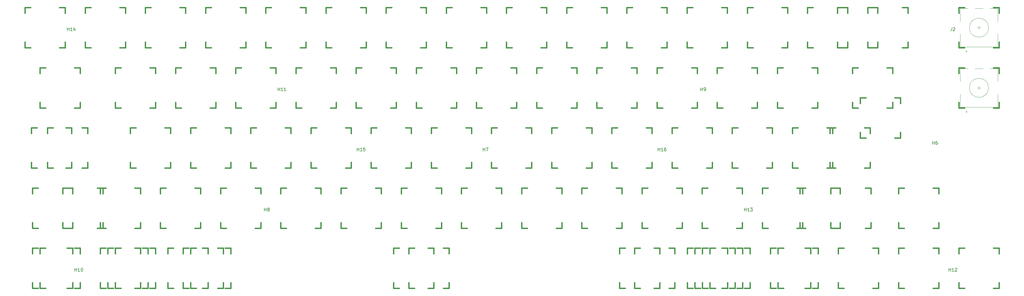
<source format=gbr>
%TF.GenerationSoftware,KiCad,Pcbnew,(5.1.10)-1*%
%TF.CreationDate,2022-05-31T16:30:17+07:00*%
%TF.ProjectId,Leopold Replacement,4c656f70-6f6c-4642-9052-65706c616365,rev?*%
%TF.SameCoordinates,Original*%
%TF.FileFunction,Legend,Top*%
%TF.FilePolarity,Positive*%
%FSLAX46Y46*%
G04 Gerber Fmt 4.6, Leading zero omitted, Abs format (unit mm)*
G04 Created by KiCad (PCBNEW (5.1.10)-1) date 2022-05-31 16:30:17*
%MOMM*%
%LPD*%
G01*
G04 APERTURE LIST*
%ADD10C,0.381000*%
%ADD11C,0.120000*%
%ADD12C,0.150000*%
G04 APERTURE END LIST*
D10*
%TO.C,MX96*%
X230818250Y-92895000D02*
X229040250Y-92895000D01*
X219896250Y-92895000D02*
X218118250Y-92895000D01*
X218118250Y-92895000D02*
X218118250Y-91117000D01*
X218118250Y-81973000D02*
X218118250Y-80195000D01*
X218118250Y-80195000D02*
X219896250Y-80195000D01*
X229040250Y-80195000D02*
X230818250Y-80195000D01*
X230818250Y-80195000D02*
X230818250Y-81973000D01*
X230818250Y-91117000D02*
X230818250Y-92895000D01*
%TO.C,MX52*%
X248909000Y-61185000D02*
X250687000Y-61185000D01*
X259831000Y-61185000D02*
X261609000Y-61185000D01*
X261609000Y-61185000D02*
X261609000Y-62963000D01*
X261609000Y-72107000D02*
X261609000Y-73885000D01*
X261609000Y-73885000D02*
X259831000Y-73885000D01*
X250687000Y-73885000D02*
X248909000Y-73885000D01*
X248909000Y-73885000D02*
X248909000Y-72107000D01*
X248909000Y-62963000D02*
X248909000Y-61185000D01*
%TO.C,MX35*%
X170492500Y-42175000D02*
X172270500Y-42175000D01*
X181414500Y-42175000D02*
X183192500Y-42175000D01*
X183192500Y-42175000D02*
X183192500Y-43953000D01*
X183192500Y-53097000D02*
X183192500Y-54875000D01*
X183192500Y-54875000D02*
X181414500Y-54875000D01*
X172270500Y-54875000D02*
X170492500Y-54875000D01*
X170492500Y-54875000D02*
X170492500Y-53097000D01*
X170492500Y-43953000D02*
X170492500Y-42175000D01*
%TO.C,MX29*%
X137225000Y-5933000D02*
X137225000Y-4155000D01*
X137225000Y-16855000D02*
X137225000Y-15077000D01*
X139003000Y-16855000D02*
X137225000Y-16855000D01*
X149925000Y-16855000D02*
X148147000Y-16855000D01*
X149925000Y-15077000D02*
X149925000Y-16855000D01*
X149925000Y-4155000D02*
X149925000Y-5933000D01*
X148147000Y-4155000D02*
X149925000Y-4155000D01*
X137225000Y-4155000D02*
X139003000Y-4155000D01*
%TO.C,MX51*%
X258414000Y-43953000D02*
X258414000Y-42175000D01*
X258414000Y-54875000D02*
X258414000Y-53097000D01*
X260192000Y-54875000D02*
X258414000Y-54875000D01*
X271114000Y-54875000D02*
X269336000Y-54875000D01*
X271114000Y-53097000D02*
X271114000Y-54875000D01*
X271114000Y-42175000D02*
X271114000Y-43953000D01*
X269336000Y-42175000D02*
X271114000Y-42175000D01*
X258414000Y-42175000D02*
X260192000Y-42175000D01*
D11*
%TO.C,SW3*%
X308460000Y-29515000D02*
G75*
G03*
X308460000Y-29515000I-3000000J0D01*
G01*
X299560000Y-27515000D02*
X299560000Y-23415000D01*
X311360000Y-23415000D02*
X311360000Y-27515000D01*
X311360000Y-31515000D02*
X311360000Y-35615000D01*
X299560000Y-31515000D02*
X299560000Y-35615000D01*
X299560000Y-35615000D02*
X311360000Y-35615000D01*
X301660000Y-37015000D02*
X301360000Y-37315000D01*
X301360000Y-37315000D02*
X301360000Y-36715000D01*
X301360000Y-36715000D02*
X301660000Y-37015000D01*
X299560000Y-23415000D02*
X301960000Y-23415000D01*
X304160000Y-23415000D02*
X306760000Y-23415000D01*
X308960000Y-23415000D02*
X311360000Y-23415000D01*
X304960000Y-29515000D02*
X305960000Y-29515000D01*
X305460000Y-30015000D02*
X305460000Y-29015000D01*
%TO.C,SW2*%
X305460000Y-11005000D02*
X305460000Y-10005000D01*
X304960000Y-10505000D02*
X305960000Y-10505000D01*
X308960000Y-4405000D02*
X311360000Y-4405000D01*
X304160000Y-4405000D02*
X306760000Y-4405000D01*
X299560000Y-4405000D02*
X301960000Y-4405000D01*
X301360000Y-17705000D02*
X301660000Y-18005000D01*
X301360000Y-18305000D02*
X301360000Y-17705000D01*
X301660000Y-18005000D02*
X301360000Y-18305000D01*
X299560000Y-16605000D02*
X311360000Y-16605000D01*
X299560000Y-12505000D02*
X299560000Y-16605000D01*
X311360000Y-12505000D02*
X311360000Y-16605000D01*
X311360000Y-4405000D02*
X311360000Y-8505000D01*
X299560000Y-8505000D02*
X299560000Y-4405000D01*
X308460000Y-10505000D02*
G75*
G03*
X308460000Y-10505000I-3000000J0D01*
G01*
D10*
%TO.C,MX93*%
X69132500Y-92895000D02*
X67354500Y-92895000D01*
X58210500Y-92895000D02*
X56432500Y-92895000D01*
X56432500Y-92895000D02*
X56432500Y-91117000D01*
X56432500Y-81973000D02*
X56432500Y-80195000D01*
X56432500Y-80195000D02*
X58210500Y-80195000D01*
X67354500Y-80195000D02*
X69132500Y-80195000D01*
X69132500Y-80195000D02*
X69132500Y-81973000D01*
X69132500Y-91117000D02*
X69132500Y-92895000D01*
%TO.C,MX91*%
X45370000Y-91117000D02*
X45370000Y-92895000D01*
X45370000Y-80195000D02*
X45370000Y-81973000D01*
X43592000Y-80195000D02*
X45370000Y-80195000D01*
X32670000Y-80195000D02*
X34448000Y-80195000D01*
X32670000Y-81973000D02*
X32670000Y-80195000D01*
X32670000Y-92895000D02*
X32670000Y-91117000D01*
X34448000Y-92895000D02*
X32670000Y-92895000D01*
X45370000Y-92895000D02*
X43592000Y-92895000D01*
%TO.C,MX89*%
X237027500Y-62963000D02*
X237027500Y-61185000D01*
X237027500Y-73885000D02*
X237027500Y-72107000D01*
X238805500Y-73885000D02*
X237027500Y-73885000D01*
X249727500Y-73885000D02*
X247949500Y-73885000D01*
X249727500Y-72107000D02*
X249727500Y-73885000D01*
X249727500Y-61185000D02*
X249727500Y-62963000D01*
X247949500Y-61185000D02*
X249727500Y-61185000D01*
X237027500Y-61185000D02*
X238805500Y-61185000D01*
%TO.C,MX64*%
X280619000Y-32670000D02*
X280619000Y-34448000D01*
X280619000Y-43592000D02*
X280619000Y-45370000D01*
X280619000Y-45370000D02*
X278841000Y-45370000D01*
X269697000Y-45370000D02*
X267919000Y-45370000D01*
X267919000Y-45370000D02*
X267919000Y-43592000D01*
X267919000Y-34448000D02*
X267919000Y-32670000D01*
X267919000Y-32670000D02*
X269697000Y-32670000D01*
X278841000Y-32670000D02*
X280619000Y-32670000D01*
%TO.C,MX65*%
X246532000Y-43953000D02*
X246532000Y-42175000D01*
X246532000Y-54875000D02*
X246532000Y-53097000D01*
X248310000Y-54875000D02*
X246532000Y-54875000D01*
X259232000Y-54875000D02*
X257454000Y-54875000D01*
X259232000Y-53097000D02*
X259232000Y-54875000D01*
X259232000Y-42175000D02*
X259232000Y-43953000D01*
X257454000Y-42175000D02*
X259232000Y-42175000D01*
X246532000Y-42175000D02*
X248310000Y-42175000D01*
%TO.C,MX87*%
X6203700Y-42175000D02*
X7981700Y-42175000D01*
X17125700Y-42175000D02*
X18903700Y-42175000D01*
X18903700Y-42175000D02*
X18903700Y-43953000D01*
X18903700Y-53097000D02*
X18903700Y-54875000D01*
X18903700Y-54875000D02*
X17125700Y-54875000D01*
X7981700Y-54875000D02*
X6203700Y-54875000D01*
X6203700Y-54875000D02*
X6203700Y-53097000D01*
X6203700Y-43953000D02*
X6203700Y-42175000D01*
%TO.C,MX88*%
X8907500Y-81973000D02*
X8907500Y-80195000D01*
X8907500Y-92895000D02*
X8907500Y-91117000D01*
X10685500Y-92895000D02*
X8907500Y-92895000D01*
X21607500Y-92895000D02*
X19829500Y-92895000D01*
X21607500Y-91117000D02*
X21607500Y-92895000D01*
X21607500Y-80195000D02*
X21607500Y-81973000D01*
X19829500Y-80195000D02*
X21607500Y-80195000D01*
X8907500Y-80195000D02*
X10685500Y-80195000D01*
%TO.C,MX44*%
X199007500Y-61185000D02*
X200785500Y-61185000D01*
X209929500Y-61185000D02*
X211707500Y-61185000D01*
X211707500Y-61185000D02*
X211707500Y-62963000D01*
X211707500Y-72107000D02*
X211707500Y-73885000D01*
X211707500Y-73885000D02*
X209929500Y-73885000D01*
X200785500Y-73885000D02*
X199007500Y-73885000D01*
X199007500Y-73885000D02*
X199007500Y-72107000D01*
X199007500Y-62963000D02*
X199007500Y-61185000D01*
%TO.C,MX72*%
X213364750Y-80195000D02*
X215142750Y-80195000D01*
X224286750Y-80195000D02*
X226064750Y-80195000D01*
X226064750Y-80195000D02*
X226064750Y-81973000D01*
X226064750Y-91117000D02*
X226064750Y-92895000D01*
X226064750Y-92895000D02*
X224286750Y-92895000D01*
X215142750Y-92895000D02*
X213364750Y-92895000D01*
X213364750Y-92895000D02*
X213364750Y-91117000D01*
X213364750Y-81973000D02*
X213364750Y-80195000D01*
%TO.C,MX68*%
X49303700Y-80195000D02*
X51081700Y-80195000D01*
X60225700Y-80195000D02*
X62003700Y-80195000D01*
X62003700Y-80195000D02*
X62003700Y-81973000D01*
X62003700Y-91117000D02*
X62003700Y-92895000D01*
X62003700Y-92895000D02*
X60225700Y-92895000D01*
X51081700Y-92895000D02*
X49303700Y-92895000D01*
X49303700Y-92895000D02*
X49303700Y-91117000D01*
X49303700Y-81973000D02*
X49303700Y-80195000D01*
%TO.C,MX67*%
X27917500Y-81973000D02*
X27917500Y-80195000D01*
X27917500Y-92895000D02*
X27917500Y-91117000D01*
X29695500Y-92895000D02*
X27917500Y-92895000D01*
X40617500Y-92895000D02*
X38839500Y-92895000D01*
X40617500Y-91117000D02*
X40617500Y-92895000D01*
X40617500Y-80195000D02*
X40617500Y-81973000D01*
X38839500Y-80195000D02*
X40617500Y-80195000D01*
X27917500Y-80195000D02*
X29695500Y-80195000D01*
%TO.C,MX66*%
X54056200Y-81973000D02*
X54056200Y-80195000D01*
X54056200Y-92895000D02*
X54056200Y-91117000D01*
X55834200Y-92895000D02*
X54056200Y-92895000D01*
X66756200Y-92895000D02*
X64978200Y-92895000D01*
X66756200Y-91117000D02*
X66756200Y-92895000D01*
X66756200Y-80195000D02*
X66756200Y-81973000D01*
X64978200Y-80195000D02*
X66756200Y-80195000D01*
X54056200Y-80195000D02*
X55834200Y-80195000D01*
%TO.C,MX59*%
X30293750Y-80195000D02*
X32071750Y-80195000D01*
X41215750Y-80195000D02*
X42993750Y-80195000D01*
X42993750Y-80195000D02*
X42993750Y-81973000D01*
X42993750Y-91117000D02*
X42993750Y-92895000D01*
X42993750Y-92895000D02*
X41215750Y-92895000D01*
X32071750Y-92895000D02*
X30293750Y-92895000D01*
X30293750Y-92895000D02*
X30293750Y-91117000D01*
X30293750Y-81973000D02*
X30293750Y-80195000D01*
%TO.C,MX55*%
X6531200Y-80195000D02*
X8309200Y-80195000D01*
X17453200Y-80195000D02*
X19231200Y-80195000D01*
X19231200Y-80195000D02*
X19231200Y-81973000D01*
X19231200Y-91117000D02*
X19231200Y-92895000D01*
X19231200Y-92895000D02*
X17453200Y-92895000D01*
X8309200Y-92895000D02*
X6531200Y-92895000D01*
X6531200Y-92895000D02*
X6531200Y-91117000D01*
X6531200Y-81973000D02*
X6531200Y-80195000D01*
%TO.C,MX83*%
X133291000Y-91117000D02*
X133291000Y-92895000D01*
X133291000Y-80195000D02*
X133291000Y-81973000D01*
X131513000Y-80195000D02*
X133291000Y-80195000D01*
X120591000Y-80195000D02*
X122369000Y-80195000D01*
X120591000Y-81973000D02*
X120591000Y-80195000D01*
X120591000Y-92895000D02*
X120591000Y-91117000D01*
X122369000Y-92895000D02*
X120591000Y-92895000D01*
X133291000Y-92895000D02*
X131513000Y-92895000D01*
%TO.C,MX82*%
X138043500Y-91117000D02*
X138043500Y-92895000D01*
X138043500Y-80195000D02*
X138043500Y-81973000D01*
X136265500Y-80195000D02*
X138043500Y-80195000D01*
X125343500Y-80195000D02*
X127121500Y-80195000D01*
X125343500Y-81973000D02*
X125343500Y-80195000D01*
X125343500Y-92895000D02*
X125343500Y-91117000D01*
X127121500Y-92895000D02*
X125343500Y-92895000D01*
X138043500Y-92895000D02*
X136265500Y-92895000D01*
%TO.C,MX77*%
X191929000Y-81973000D02*
X191929000Y-80195000D01*
X191929000Y-92895000D02*
X191929000Y-91117000D01*
X193707000Y-92895000D02*
X191929000Y-92895000D01*
X204629000Y-92895000D02*
X202851000Y-92895000D01*
X204629000Y-91117000D02*
X204629000Y-92895000D01*
X204629000Y-80195000D02*
X204629000Y-81973000D01*
X202851000Y-80195000D02*
X204629000Y-80195000D01*
X191929000Y-80195000D02*
X193707000Y-80195000D01*
%TO.C,MX78*%
X215741000Y-81973000D02*
X215741000Y-80195000D01*
X215741000Y-92895000D02*
X215741000Y-91117000D01*
X217519000Y-92895000D02*
X215741000Y-92895000D01*
X228441000Y-92895000D02*
X226663000Y-92895000D01*
X228441000Y-91117000D02*
X228441000Y-92895000D01*
X228441000Y-80195000D02*
X228441000Y-81973000D01*
X226663000Y-80195000D02*
X228441000Y-80195000D01*
X215741000Y-80195000D02*
X217519000Y-80195000D01*
%TO.C,MX81*%
X241930250Y-81973000D02*
X241930250Y-80195000D01*
X241930250Y-92895000D02*
X241930250Y-91117000D01*
X243708250Y-92895000D02*
X241930250Y-92895000D01*
X254630250Y-92895000D02*
X252852250Y-92895000D01*
X254630250Y-91117000D02*
X254630250Y-92895000D01*
X254630250Y-80195000D02*
X254630250Y-81973000D01*
X252852250Y-80195000D02*
X254630250Y-80195000D01*
X241930250Y-80195000D02*
X243708250Y-80195000D01*
%TO.C,MX80*%
X220493500Y-80195000D02*
X222271500Y-80195000D01*
X231415500Y-80195000D02*
X233193500Y-80195000D01*
X233193500Y-80195000D02*
X233193500Y-81973000D01*
X233193500Y-91117000D02*
X233193500Y-92895000D01*
X233193500Y-92895000D02*
X231415500Y-92895000D01*
X222271500Y-92895000D02*
X220493500Y-92895000D01*
X220493500Y-92895000D02*
X220493500Y-91117000D01*
X220493500Y-81973000D02*
X220493500Y-80195000D01*
%TO.C,MX79*%
X196681500Y-81973000D02*
X196681500Y-80195000D01*
X196681500Y-92895000D02*
X196681500Y-91117000D01*
X198459500Y-92895000D02*
X196681500Y-92895000D01*
X209381500Y-92895000D02*
X207603500Y-92895000D01*
X209381500Y-91117000D02*
X209381500Y-92895000D01*
X209381500Y-80195000D02*
X209381500Y-81973000D01*
X207603500Y-80195000D02*
X209381500Y-80195000D01*
X196681500Y-80195000D02*
X198459500Y-80195000D01*
%TO.C,MX84*%
X239554000Y-80195000D02*
X241332000Y-80195000D01*
X250476000Y-80195000D02*
X252254000Y-80195000D01*
X252254000Y-80195000D02*
X252254000Y-81973000D01*
X252254000Y-91117000D02*
X252254000Y-92895000D01*
X252254000Y-92895000D02*
X250476000Y-92895000D01*
X241332000Y-92895000D02*
X239554000Y-92895000D01*
X239554000Y-92895000D02*
X239554000Y-91117000D01*
X239554000Y-81973000D02*
X239554000Y-80195000D01*
%TO.C,MX76*%
X299110000Y-80195000D02*
X300888000Y-80195000D01*
X310032000Y-80195000D02*
X311810000Y-80195000D01*
X311810000Y-80195000D02*
X311810000Y-81973000D01*
X311810000Y-91117000D02*
X311810000Y-92895000D01*
X311810000Y-92895000D02*
X310032000Y-92895000D01*
X300888000Y-92895000D02*
X299110000Y-92895000D01*
X299110000Y-92895000D02*
X299110000Y-91117000D01*
X299110000Y-81973000D02*
X299110000Y-80195000D01*
%TO.C,MX75*%
X280050000Y-80195000D02*
X281828000Y-80195000D01*
X290972000Y-80195000D02*
X292750000Y-80195000D01*
X292750000Y-80195000D02*
X292750000Y-81973000D01*
X292750000Y-91117000D02*
X292750000Y-92895000D01*
X292750000Y-92895000D02*
X290972000Y-92895000D01*
X281828000Y-92895000D02*
X280050000Y-92895000D01*
X280050000Y-92895000D02*
X280050000Y-91117000D01*
X280050000Y-81973000D02*
X280050000Y-80195000D01*
%TO.C,MX74*%
X260989999Y-80195000D02*
X262767999Y-80195000D01*
X271911999Y-80195000D02*
X273689999Y-80195000D01*
X273689999Y-80195000D02*
X273689999Y-81973000D01*
X273689999Y-91117000D02*
X273689999Y-92895000D01*
X273689999Y-92895000D02*
X271911999Y-92895000D01*
X262767999Y-92895000D02*
X260989999Y-92895000D01*
X260989999Y-92895000D02*
X260989999Y-91117000D01*
X260989999Y-81973000D02*
X260989999Y-80195000D01*
%TO.C,MX49*%
X232275000Y-5933000D02*
X232275000Y-4155000D01*
X232275000Y-16855000D02*
X232275000Y-15077000D01*
X234053000Y-16855000D02*
X232275000Y-16855000D01*
X244975000Y-16855000D02*
X243197000Y-16855000D01*
X244975000Y-15077000D02*
X244975000Y-16855000D01*
X244975000Y-4155000D02*
X244975000Y-5933000D01*
X243197000Y-4155000D02*
X244975000Y-4155000D01*
X232275000Y-4155000D02*
X234053000Y-4155000D01*
%TO.C,MX50*%
X241780000Y-23165000D02*
X243558000Y-23165000D01*
X252702000Y-23165000D02*
X254480000Y-23165000D01*
X254480000Y-23165000D02*
X254480000Y-24943000D01*
X254480000Y-34087000D02*
X254480000Y-35865000D01*
X254480000Y-35865000D02*
X252702000Y-35865000D01*
X243558000Y-35865000D02*
X241780000Y-35865000D01*
X241780000Y-35865000D02*
X241780000Y-34087000D01*
X241780000Y-24943000D02*
X241780000Y-23165000D01*
%TO.C,MX62*%
X299110000Y-23165000D02*
X300888000Y-23165000D01*
X310032000Y-23165000D02*
X311810000Y-23165000D01*
X311810000Y-23165000D02*
X311810000Y-24943000D01*
X311810000Y-34087000D02*
X311810000Y-35865000D01*
X311810000Y-35865000D02*
X310032000Y-35865000D01*
X300888000Y-35865000D02*
X299110000Y-35865000D01*
X299110000Y-35865000D02*
X299110000Y-34087000D01*
X299110000Y-24943000D02*
X299110000Y-23165000D01*
%TO.C,MX54*%
X265542000Y-23165000D02*
X267320000Y-23165000D01*
X276464000Y-23165000D02*
X278242000Y-23165000D01*
X278242000Y-23165000D02*
X278242000Y-24943000D01*
X278242000Y-34087000D02*
X278242000Y-35865000D01*
X278242000Y-35865000D02*
X276464000Y-35865000D01*
X267320000Y-35865000D02*
X265542000Y-35865000D01*
X265542000Y-35865000D02*
X265542000Y-34087000D01*
X265542000Y-24943000D02*
X265542000Y-23165000D01*
%TO.C,MX63*%
X260790000Y-5933000D02*
X260790000Y-4155000D01*
X260790000Y-16855000D02*
X260790000Y-15077000D01*
X262568000Y-16855000D02*
X260790000Y-16855000D01*
X273490000Y-16855000D02*
X271712000Y-16855000D01*
X273490000Y-15077000D02*
X273490000Y-16855000D01*
X273490000Y-4155000D02*
X273490000Y-5933000D01*
X271712000Y-4155000D02*
X273490000Y-4155000D01*
X260790000Y-4155000D02*
X262568000Y-4155000D01*
%TO.C,MX1*%
X4155000Y-5933000D02*
X4155000Y-4155000D01*
X4155000Y-16855000D02*
X4155000Y-15077000D01*
X5933000Y-16855000D02*
X4155000Y-16855000D01*
X16855000Y-16855000D02*
X15077000Y-16855000D01*
X16855000Y-15077000D02*
X16855000Y-16855000D01*
X16855000Y-4155000D02*
X16855000Y-5933000D01*
X15077000Y-4155000D02*
X16855000Y-4155000D01*
X4155000Y-4155000D02*
X5933000Y-4155000D01*
%TO.C,MX60*%
X258663750Y-62963000D02*
X258663750Y-61185000D01*
X258663750Y-73885000D02*
X258663750Y-72107000D01*
X260441750Y-73885000D02*
X258663750Y-73885000D01*
X271363750Y-73885000D02*
X269585750Y-73885000D01*
X271363750Y-72107000D02*
X271363750Y-73885000D01*
X271363750Y-61185000D02*
X271363750Y-62963000D01*
X269585750Y-61185000D02*
X271363750Y-61185000D01*
X258663750Y-61185000D02*
X260441750Y-61185000D01*
%TO.C,MX58*%
X6531200Y-61185000D02*
X8309200Y-61185000D01*
X17453200Y-61185000D02*
X19231200Y-61185000D01*
X19231200Y-61185000D02*
X19231200Y-62963000D01*
X19231200Y-72107000D02*
X19231200Y-73885000D01*
X19231200Y-73885000D02*
X17453200Y-73885000D01*
X8309200Y-73885000D02*
X6531200Y-73885000D01*
X6531200Y-73885000D02*
X6531200Y-72107000D01*
X6531200Y-62963000D02*
X6531200Y-61185000D01*
%TO.C,MX4*%
X16036300Y-61185000D02*
X17814300Y-61185000D01*
X26958300Y-61185000D02*
X28736300Y-61185000D01*
X28736300Y-61185000D02*
X28736300Y-62963000D01*
X28736300Y-72107000D02*
X28736300Y-73885000D01*
X28736300Y-73885000D02*
X26958300Y-73885000D01*
X17814300Y-73885000D02*
X16036300Y-73885000D01*
X16036300Y-73885000D02*
X16036300Y-72107000D01*
X16036300Y-62963000D02*
X16036300Y-61185000D01*
%TO.C,MX45*%
X213265000Y-5933000D02*
X213265000Y-4155000D01*
X213265000Y-16855000D02*
X213265000Y-15077000D01*
X215043000Y-16855000D02*
X213265000Y-16855000D01*
X225965000Y-16855000D02*
X224187000Y-16855000D01*
X225965000Y-15077000D02*
X225965000Y-16855000D01*
X225965000Y-4155000D02*
X225965000Y-5933000D01*
X224187000Y-4155000D02*
X225965000Y-4155000D01*
X213265000Y-4155000D02*
X215043000Y-4155000D01*
%TO.C,MX61*%
X299110000Y-5933000D02*
X299110000Y-4155000D01*
X299110000Y-16855000D02*
X299110000Y-15077000D01*
X300888000Y-16855000D02*
X299110000Y-16855000D01*
X311810000Y-16855000D02*
X310032000Y-16855000D01*
X311810000Y-15077000D02*
X311810000Y-16855000D01*
X311810000Y-4155000D02*
X311810000Y-5933000D01*
X310032000Y-4155000D02*
X311810000Y-4155000D01*
X299110000Y-4155000D02*
X300888000Y-4155000D01*
%TO.C,MX57*%
X270295000Y-5933000D02*
X270295000Y-4155000D01*
X270295000Y-16855000D02*
X270295000Y-15077000D01*
X272073000Y-16855000D02*
X270295000Y-16855000D01*
X282995000Y-16855000D02*
X281217000Y-16855000D01*
X282995000Y-15077000D02*
X282995000Y-16855000D01*
X282995000Y-4155000D02*
X282995000Y-5933000D01*
X281217000Y-4155000D02*
X282995000Y-4155000D01*
X270295000Y-4155000D02*
X272073000Y-4155000D01*
%TO.C,MX56*%
X280050000Y-61185000D02*
X281828000Y-61185000D01*
X290972000Y-61185000D02*
X292750000Y-61185000D01*
X292750000Y-61185000D02*
X292750000Y-62963000D01*
X292750000Y-72107000D02*
X292750000Y-73885000D01*
X292750000Y-73885000D02*
X290972000Y-73885000D01*
X281828000Y-73885000D02*
X280050000Y-73885000D01*
X280050000Y-73885000D02*
X280050000Y-72107000D01*
X280050000Y-62963000D02*
X280050000Y-61185000D01*
%TO.C,MX53*%
X251285000Y-5933000D02*
X251285000Y-4155000D01*
X251285000Y-16855000D02*
X251285000Y-15077000D01*
X253063000Y-16855000D02*
X251285000Y-16855000D01*
X263985000Y-16855000D02*
X262207000Y-16855000D01*
X263985000Y-15077000D02*
X263985000Y-16855000D01*
X263985000Y-4155000D02*
X263985000Y-5933000D01*
X262207000Y-4155000D02*
X263985000Y-4155000D01*
X251285000Y-4155000D02*
X253063000Y-4155000D01*
%TO.C,MX48*%
X218017500Y-61185000D02*
X219795500Y-61185000D01*
X228939500Y-61185000D02*
X230717500Y-61185000D01*
X230717500Y-61185000D02*
X230717500Y-62963000D01*
X230717500Y-72107000D02*
X230717500Y-73885000D01*
X230717500Y-73885000D02*
X228939500Y-73885000D01*
X219795500Y-73885000D02*
X218017500Y-73885000D01*
X218017500Y-73885000D02*
X218017500Y-72107000D01*
X218017500Y-62963000D02*
X218017500Y-61185000D01*
%TO.C,MX47*%
X227522500Y-42175000D02*
X229300500Y-42175000D01*
X238444500Y-42175000D02*
X240222500Y-42175000D01*
X240222500Y-42175000D02*
X240222500Y-43953000D01*
X240222500Y-53097000D02*
X240222500Y-54875000D01*
X240222500Y-54875000D02*
X238444500Y-54875000D01*
X229300500Y-54875000D02*
X227522500Y-54875000D01*
X227522500Y-54875000D02*
X227522500Y-53097000D01*
X227522500Y-43953000D02*
X227522500Y-42175000D01*
%TO.C,MX46*%
X222770000Y-23165000D02*
X224548000Y-23165000D01*
X233692000Y-23165000D02*
X235470000Y-23165000D01*
X235470000Y-23165000D02*
X235470000Y-24943000D01*
X235470000Y-34087000D02*
X235470000Y-35865000D01*
X235470000Y-35865000D02*
X233692000Y-35865000D01*
X224548000Y-35865000D02*
X222770000Y-35865000D01*
X222770000Y-35865000D02*
X222770000Y-34087000D01*
X222770000Y-24943000D02*
X222770000Y-23165000D01*
%TO.C,MX43*%
X208512500Y-42175000D02*
X210290500Y-42175000D01*
X219434500Y-42175000D02*
X221212500Y-42175000D01*
X221212500Y-42175000D02*
X221212500Y-43953000D01*
X221212500Y-53097000D02*
X221212500Y-54875000D01*
X221212500Y-54875000D02*
X219434500Y-54875000D01*
X210290500Y-54875000D02*
X208512500Y-54875000D01*
X208512500Y-54875000D02*
X208512500Y-53097000D01*
X208512500Y-43953000D02*
X208512500Y-42175000D01*
%TO.C,MX42*%
X203760000Y-23165000D02*
X205538000Y-23165000D01*
X214682000Y-23165000D02*
X216460000Y-23165000D01*
X216460000Y-23165000D02*
X216460000Y-24943000D01*
X216460000Y-34087000D02*
X216460000Y-35865000D01*
X216460000Y-35865000D02*
X214682000Y-35865000D01*
X205538000Y-35865000D02*
X203760000Y-35865000D01*
X203760000Y-35865000D02*
X203760000Y-34087000D01*
X203760000Y-24943000D02*
X203760000Y-23165000D01*
%TO.C,MX41*%
X194255000Y-5933000D02*
X194255000Y-4155000D01*
X194255000Y-16855000D02*
X194255000Y-15077000D01*
X196033000Y-16855000D02*
X194255000Y-16855000D01*
X206955000Y-16855000D02*
X205177000Y-16855000D01*
X206955000Y-15077000D02*
X206955000Y-16855000D01*
X206955000Y-4155000D02*
X206955000Y-5933000D01*
X205177000Y-4155000D02*
X206955000Y-4155000D01*
X194255000Y-4155000D02*
X196033000Y-4155000D01*
%TO.C,MX40*%
X179997500Y-61185000D02*
X181775500Y-61185000D01*
X190919500Y-61185000D02*
X192697500Y-61185000D01*
X192697500Y-61185000D02*
X192697500Y-62963000D01*
X192697500Y-72107000D02*
X192697500Y-73885000D01*
X192697500Y-73885000D02*
X190919500Y-73885000D01*
X181775500Y-73885000D02*
X179997500Y-73885000D01*
X179997500Y-73885000D02*
X179997500Y-72107000D01*
X179997500Y-62963000D02*
X179997500Y-61185000D01*
%TO.C,MX39*%
X189502500Y-42175000D02*
X191280500Y-42175000D01*
X200424500Y-42175000D02*
X202202500Y-42175000D01*
X202202500Y-42175000D02*
X202202500Y-43953000D01*
X202202500Y-53097000D02*
X202202500Y-54875000D01*
X202202500Y-54875000D02*
X200424500Y-54875000D01*
X191280500Y-54875000D02*
X189502500Y-54875000D01*
X189502500Y-54875000D02*
X189502500Y-53097000D01*
X189502500Y-43953000D02*
X189502500Y-42175000D01*
%TO.C,MX38*%
X184750000Y-23165000D02*
X186528000Y-23165000D01*
X195672000Y-23165000D02*
X197450000Y-23165000D01*
X197450000Y-23165000D02*
X197450000Y-24943000D01*
X197450000Y-34087000D02*
X197450000Y-35865000D01*
X197450000Y-35865000D02*
X195672000Y-35865000D01*
X186528000Y-35865000D02*
X184750000Y-35865000D01*
X184750000Y-35865000D02*
X184750000Y-34087000D01*
X184750000Y-24943000D02*
X184750000Y-23165000D01*
%TO.C,MX37*%
X175245000Y-5933000D02*
X175245000Y-4155000D01*
X175245000Y-16855000D02*
X175245000Y-15077000D01*
X177023000Y-16855000D02*
X175245000Y-16855000D01*
X187945000Y-16855000D02*
X186167000Y-16855000D01*
X187945000Y-15077000D02*
X187945000Y-16855000D01*
X187945000Y-4155000D02*
X187945000Y-5933000D01*
X186167000Y-4155000D02*
X187945000Y-4155000D01*
X175245000Y-4155000D02*
X177023000Y-4155000D01*
%TO.C,MX36*%
X160987500Y-61185000D02*
X162765500Y-61185000D01*
X171909500Y-61185000D02*
X173687500Y-61185000D01*
X173687500Y-61185000D02*
X173687500Y-62963000D01*
X173687500Y-72107000D02*
X173687500Y-73885000D01*
X173687500Y-73885000D02*
X171909500Y-73885000D01*
X162765500Y-73885000D02*
X160987500Y-73885000D01*
X160987500Y-73885000D02*
X160987500Y-72107000D01*
X160987500Y-62963000D02*
X160987500Y-61185000D01*
%TO.C,MX34*%
X165740000Y-23165000D02*
X167518000Y-23165000D01*
X176662000Y-23165000D02*
X178440000Y-23165000D01*
X178440000Y-23165000D02*
X178440000Y-24943000D01*
X178440000Y-34087000D02*
X178440000Y-35865000D01*
X178440000Y-35865000D02*
X176662000Y-35865000D01*
X167518000Y-35865000D02*
X165740000Y-35865000D01*
X165740000Y-35865000D02*
X165740000Y-34087000D01*
X165740000Y-24943000D02*
X165740000Y-23165000D01*
%TO.C,MX33*%
X156235000Y-5933000D02*
X156235000Y-4155000D01*
X156235000Y-16855000D02*
X156235000Y-15077000D01*
X158013000Y-16855000D02*
X156235000Y-16855000D01*
X168935000Y-16855000D02*
X167157000Y-16855000D01*
X168935000Y-15077000D02*
X168935000Y-16855000D01*
X168935000Y-4155000D02*
X168935000Y-5933000D01*
X167157000Y-4155000D02*
X168935000Y-4155000D01*
X156235000Y-4155000D02*
X158013000Y-4155000D01*
%TO.C,MX32*%
X141977500Y-61185000D02*
X143755500Y-61185000D01*
X152899500Y-61185000D02*
X154677500Y-61185000D01*
X154677500Y-61185000D02*
X154677500Y-62963000D01*
X154677500Y-72107000D02*
X154677500Y-73885000D01*
X154677500Y-73885000D02*
X152899500Y-73885000D01*
X143755500Y-73885000D02*
X141977500Y-73885000D01*
X141977500Y-73885000D02*
X141977500Y-72107000D01*
X141977500Y-62963000D02*
X141977500Y-61185000D01*
%TO.C,MX31*%
X151482500Y-42175000D02*
X153260500Y-42175000D01*
X162404500Y-42175000D02*
X164182500Y-42175000D01*
X164182500Y-42175000D02*
X164182500Y-43953000D01*
X164182500Y-53097000D02*
X164182500Y-54875000D01*
X164182500Y-54875000D02*
X162404500Y-54875000D01*
X153260500Y-54875000D02*
X151482500Y-54875000D01*
X151482500Y-54875000D02*
X151482500Y-53097000D01*
X151482500Y-43953000D02*
X151482500Y-42175000D01*
%TO.C,MX30*%
X146730000Y-23165000D02*
X148508000Y-23165000D01*
X157652000Y-23165000D02*
X159430000Y-23165000D01*
X159430000Y-23165000D02*
X159430000Y-24943000D01*
X159430000Y-34087000D02*
X159430000Y-35865000D01*
X159430000Y-35865000D02*
X157652000Y-35865000D01*
X148508000Y-35865000D02*
X146730000Y-35865000D01*
X146730000Y-35865000D02*
X146730000Y-34087000D01*
X146730000Y-24943000D02*
X146730000Y-23165000D01*
%TO.C,MX28*%
X122967500Y-61185000D02*
X124745500Y-61185000D01*
X133889500Y-61185000D02*
X135667500Y-61185000D01*
X135667500Y-61185000D02*
X135667500Y-62963000D01*
X135667500Y-72107000D02*
X135667500Y-73885000D01*
X135667500Y-73885000D02*
X133889500Y-73885000D01*
X124745500Y-73885000D02*
X122967500Y-73885000D01*
X122967500Y-73885000D02*
X122967500Y-72107000D01*
X122967500Y-62963000D02*
X122967500Y-61185000D01*
%TO.C,MX27*%
X132472500Y-42175000D02*
X134250500Y-42175000D01*
X143394500Y-42175000D02*
X145172500Y-42175000D01*
X145172500Y-42175000D02*
X145172500Y-43953000D01*
X145172500Y-53097000D02*
X145172500Y-54875000D01*
X145172500Y-54875000D02*
X143394500Y-54875000D01*
X134250500Y-54875000D02*
X132472500Y-54875000D01*
X132472500Y-54875000D02*
X132472500Y-53097000D01*
X132472500Y-43953000D02*
X132472500Y-42175000D01*
%TO.C,MX26*%
X127720000Y-23165000D02*
X129498000Y-23165000D01*
X138642000Y-23165000D02*
X140420000Y-23165000D01*
X140420000Y-23165000D02*
X140420000Y-24943000D01*
X140420000Y-34087000D02*
X140420000Y-35865000D01*
X140420000Y-35865000D02*
X138642000Y-35865000D01*
X129498000Y-35865000D02*
X127720000Y-35865000D01*
X127720000Y-35865000D02*
X127720000Y-34087000D01*
X127720000Y-24943000D02*
X127720000Y-23165000D01*
%TO.C,MX25*%
X118215000Y-5933000D02*
X118215000Y-4155000D01*
X118215000Y-16855000D02*
X118215000Y-15077000D01*
X119993000Y-16855000D02*
X118215000Y-16855000D01*
X130915000Y-16855000D02*
X129137000Y-16855000D01*
X130915000Y-15077000D02*
X130915000Y-16855000D01*
X130915000Y-4155000D02*
X130915000Y-5933000D01*
X129137000Y-4155000D02*
X130915000Y-4155000D01*
X118215000Y-4155000D02*
X119993000Y-4155000D01*
%TO.C,MX24*%
X103957500Y-61185000D02*
X105735500Y-61185000D01*
X114879500Y-61185000D02*
X116657500Y-61185000D01*
X116657500Y-61185000D02*
X116657500Y-62963000D01*
X116657500Y-72107000D02*
X116657500Y-73885000D01*
X116657500Y-73885000D02*
X114879500Y-73885000D01*
X105735500Y-73885000D02*
X103957500Y-73885000D01*
X103957500Y-73885000D02*
X103957500Y-72107000D01*
X103957500Y-62963000D02*
X103957500Y-61185000D01*
%TO.C,MX23*%
X113462500Y-42175000D02*
X115240500Y-42175000D01*
X124384500Y-42175000D02*
X126162500Y-42175000D01*
X126162500Y-42175000D02*
X126162500Y-43953000D01*
X126162500Y-53097000D02*
X126162500Y-54875000D01*
X126162500Y-54875000D02*
X124384500Y-54875000D01*
X115240500Y-54875000D02*
X113462500Y-54875000D01*
X113462500Y-54875000D02*
X113462500Y-53097000D01*
X113462500Y-43953000D02*
X113462500Y-42175000D01*
%TO.C,MX22*%
X108710000Y-23165000D02*
X110488000Y-23165000D01*
X119632000Y-23165000D02*
X121410000Y-23165000D01*
X121410000Y-23165000D02*
X121410000Y-24943000D01*
X121410000Y-34087000D02*
X121410000Y-35865000D01*
X121410000Y-35865000D02*
X119632000Y-35865000D01*
X110488000Y-35865000D02*
X108710000Y-35865000D01*
X108710000Y-35865000D02*
X108710000Y-34087000D01*
X108710000Y-24943000D02*
X108710000Y-23165000D01*
%TO.C,MX21*%
X99205000Y-5933000D02*
X99205000Y-4155000D01*
X99205000Y-16855000D02*
X99205000Y-15077000D01*
X100983000Y-16855000D02*
X99205000Y-16855000D01*
X111905000Y-16855000D02*
X110127000Y-16855000D01*
X111905000Y-15077000D02*
X111905000Y-16855000D01*
X111905000Y-4155000D02*
X111905000Y-5933000D01*
X110127000Y-4155000D02*
X111905000Y-4155000D01*
X99205000Y-4155000D02*
X100983000Y-4155000D01*
%TO.C,MX20*%
X84947500Y-61185000D02*
X86725500Y-61185000D01*
X95869500Y-61185000D02*
X97647500Y-61185000D01*
X97647500Y-61185000D02*
X97647500Y-62963000D01*
X97647500Y-72107000D02*
X97647500Y-73885000D01*
X97647500Y-73885000D02*
X95869500Y-73885000D01*
X86725500Y-73885000D02*
X84947500Y-73885000D01*
X84947500Y-73885000D02*
X84947500Y-72107000D01*
X84947500Y-62963000D02*
X84947500Y-61185000D01*
%TO.C,MX19*%
X94452500Y-42175000D02*
X96230500Y-42175000D01*
X105374500Y-42175000D02*
X107152500Y-42175000D01*
X107152500Y-42175000D02*
X107152500Y-43953000D01*
X107152500Y-53097000D02*
X107152500Y-54875000D01*
X107152500Y-54875000D02*
X105374500Y-54875000D01*
X96230500Y-54875000D02*
X94452500Y-54875000D01*
X94452500Y-54875000D02*
X94452500Y-53097000D01*
X94452500Y-43953000D02*
X94452500Y-42175000D01*
%TO.C,MX18*%
X89700000Y-23165000D02*
X91478000Y-23165000D01*
X100622000Y-23165000D02*
X102400000Y-23165000D01*
X102400000Y-23165000D02*
X102400000Y-24943000D01*
X102400000Y-34087000D02*
X102400000Y-35865000D01*
X102400000Y-35865000D02*
X100622000Y-35865000D01*
X91478000Y-35865000D02*
X89700000Y-35865000D01*
X89700000Y-35865000D02*
X89700000Y-34087000D01*
X89700000Y-24943000D02*
X89700000Y-23165000D01*
%TO.C,MX17*%
X80195000Y-5933000D02*
X80195000Y-4155000D01*
X80195000Y-16855000D02*
X80195000Y-15077000D01*
X81973000Y-16855000D02*
X80195000Y-16855000D01*
X92895000Y-16855000D02*
X91117000Y-16855000D01*
X92895000Y-15077000D02*
X92895000Y-16855000D01*
X92895000Y-4155000D02*
X92895000Y-5933000D01*
X91117000Y-4155000D02*
X92895000Y-4155000D01*
X80195000Y-4155000D02*
X81973000Y-4155000D01*
%TO.C,MX16*%
X65937500Y-61185000D02*
X67715500Y-61185000D01*
X76859500Y-61185000D02*
X78637500Y-61185000D01*
X78637500Y-61185000D02*
X78637500Y-62963000D01*
X78637500Y-72107000D02*
X78637500Y-73885000D01*
X78637500Y-73885000D02*
X76859500Y-73885000D01*
X67715500Y-73885000D02*
X65937500Y-73885000D01*
X65937500Y-73885000D02*
X65937500Y-72107000D01*
X65937500Y-62963000D02*
X65937500Y-61185000D01*
%TO.C,MX15*%
X75442500Y-42175000D02*
X77220500Y-42175000D01*
X86364500Y-42175000D02*
X88142500Y-42175000D01*
X88142500Y-42175000D02*
X88142500Y-43953000D01*
X88142500Y-53097000D02*
X88142500Y-54875000D01*
X88142500Y-54875000D02*
X86364500Y-54875000D01*
X77220500Y-54875000D02*
X75442500Y-54875000D01*
X75442500Y-54875000D02*
X75442500Y-53097000D01*
X75442500Y-43953000D02*
X75442500Y-42175000D01*
%TO.C,MX14*%
X70690000Y-23165000D02*
X72468000Y-23165000D01*
X81612000Y-23165000D02*
X83390000Y-23165000D01*
X83390000Y-23165000D02*
X83390000Y-24943000D01*
X83390000Y-34087000D02*
X83390000Y-35865000D01*
X83390000Y-35865000D02*
X81612000Y-35865000D01*
X72468000Y-35865000D02*
X70690000Y-35865000D01*
X70690000Y-35865000D02*
X70690000Y-34087000D01*
X70690000Y-24943000D02*
X70690000Y-23165000D01*
%TO.C,MX13*%
X61185000Y-5933000D02*
X61185000Y-4155000D01*
X61185000Y-16855000D02*
X61185000Y-15077000D01*
X62963000Y-16855000D02*
X61185000Y-16855000D01*
X73885000Y-16855000D02*
X72107000Y-16855000D01*
X73885000Y-15077000D02*
X73885000Y-16855000D01*
X73885000Y-4155000D02*
X73885000Y-5933000D01*
X72107000Y-4155000D02*
X73885000Y-4155000D01*
X61185000Y-4155000D02*
X62963000Y-4155000D01*
%TO.C,MX12*%
X46927500Y-62963000D02*
X46927500Y-61185000D01*
X46927500Y-73885000D02*
X46927500Y-72107000D01*
X48705500Y-73885000D02*
X46927500Y-73885000D01*
X59627500Y-73885000D02*
X57849500Y-73885000D01*
X59627500Y-72107000D02*
X59627500Y-73885000D01*
X59627500Y-61185000D02*
X59627500Y-62963000D01*
X57849500Y-61185000D02*
X59627500Y-61185000D01*
X46927500Y-61185000D02*
X48705500Y-61185000D01*
%TO.C,MX11*%
X56432500Y-42175000D02*
X58210500Y-42175000D01*
X67354500Y-42175000D02*
X69132500Y-42175000D01*
X69132500Y-42175000D02*
X69132500Y-43953000D01*
X69132500Y-53097000D02*
X69132500Y-54875000D01*
X69132500Y-54875000D02*
X67354500Y-54875000D01*
X58210500Y-54875000D02*
X56432500Y-54875000D01*
X56432500Y-54875000D02*
X56432500Y-53097000D01*
X56432500Y-43953000D02*
X56432500Y-42175000D01*
%TO.C,MX10*%
X51680000Y-23165000D02*
X53458000Y-23165000D01*
X62602000Y-23165000D02*
X64380000Y-23165000D01*
X64380000Y-23165000D02*
X64380000Y-24943000D01*
X64380000Y-34087000D02*
X64380000Y-35865000D01*
X64380000Y-35865000D02*
X62602000Y-35865000D01*
X53458000Y-35865000D02*
X51680000Y-35865000D01*
X51680000Y-35865000D02*
X51680000Y-34087000D01*
X51680000Y-24943000D02*
X51680000Y-23165000D01*
%TO.C,MX9*%
X42175000Y-5933000D02*
X42175000Y-4155000D01*
X42175000Y-16855000D02*
X42175000Y-15077000D01*
X43953000Y-16855000D02*
X42175000Y-16855000D01*
X54875000Y-16855000D02*
X53097000Y-16855000D01*
X54875000Y-15077000D02*
X54875000Y-16855000D01*
X54875000Y-4155000D02*
X54875000Y-5933000D01*
X53097000Y-4155000D02*
X54875000Y-4155000D01*
X42175000Y-4155000D02*
X43953000Y-4155000D01*
%TO.C,MX8*%
X27917500Y-61185000D02*
X29695500Y-61185000D01*
X38839500Y-61185000D02*
X40617500Y-61185000D01*
X40617500Y-61185000D02*
X40617500Y-62963000D01*
X40617500Y-72107000D02*
X40617500Y-73885000D01*
X40617500Y-73885000D02*
X38839500Y-73885000D01*
X29695500Y-73885000D02*
X27917500Y-73885000D01*
X27917500Y-73885000D02*
X27917500Y-72107000D01*
X27917500Y-62963000D02*
X27917500Y-61185000D01*
%TO.C,MX7*%
X37422500Y-42175000D02*
X39200500Y-42175000D01*
X48344500Y-42175000D02*
X50122500Y-42175000D01*
X50122500Y-42175000D02*
X50122500Y-43953000D01*
X50122500Y-53097000D02*
X50122500Y-54875000D01*
X50122500Y-54875000D02*
X48344500Y-54875000D01*
X39200500Y-54875000D02*
X37422500Y-54875000D01*
X37422500Y-54875000D02*
X37422500Y-53097000D01*
X37422500Y-43953000D02*
X37422500Y-42175000D01*
%TO.C,MX6*%
X32670000Y-23165000D02*
X34448000Y-23165000D01*
X43592000Y-23165000D02*
X45370000Y-23165000D01*
X45370000Y-23165000D02*
X45370000Y-24943000D01*
X45370000Y-34087000D02*
X45370000Y-35865000D01*
X45370000Y-35865000D02*
X43592000Y-35865000D01*
X34448000Y-35865000D02*
X32670000Y-35865000D01*
X32670000Y-35865000D02*
X32670000Y-34087000D01*
X32670000Y-24943000D02*
X32670000Y-23165000D01*
%TO.C,MX5*%
X23165000Y-5933000D02*
X23165000Y-4155000D01*
X23165000Y-16855000D02*
X23165000Y-15077000D01*
X24943000Y-16855000D02*
X23165000Y-16855000D01*
X35865000Y-16855000D02*
X34087000Y-16855000D01*
X35865000Y-15077000D02*
X35865000Y-16855000D01*
X35865000Y-4155000D02*
X35865000Y-5933000D01*
X34087000Y-4155000D02*
X35865000Y-4155000D01*
X23165000Y-4155000D02*
X24943000Y-4155000D01*
%TO.C,MX3*%
X11283700Y-42175000D02*
X13061700Y-42175000D01*
X22205700Y-42175000D02*
X23983700Y-42175000D01*
X23983700Y-42175000D02*
X23983700Y-43953000D01*
X23983700Y-53097000D02*
X23983700Y-54875000D01*
X23983700Y-54875000D02*
X22205700Y-54875000D01*
X13061700Y-54875000D02*
X11283700Y-54875000D01*
X11283700Y-54875000D02*
X11283700Y-53097000D01*
X11283700Y-43953000D02*
X11283700Y-42175000D01*
%TO.C,MX2*%
X8907500Y-23165000D02*
X10685500Y-23165000D01*
X19829500Y-23165000D02*
X21607500Y-23165000D01*
X21607500Y-23165000D02*
X21607500Y-24943000D01*
X21607500Y-34087000D02*
X21607500Y-35865000D01*
X21607500Y-35865000D02*
X19829500Y-35865000D01*
X10685500Y-35865000D02*
X8907500Y-35865000D01*
X8907500Y-35865000D02*
X8907500Y-34087000D01*
X8907500Y-24943000D02*
X8907500Y-23165000D01*
%TO.C,H16*%
D12*
X204119904Y-49477380D02*
X204119904Y-48477380D01*
X204119904Y-48953571D02*
X204691333Y-48953571D01*
X204691333Y-49477380D02*
X204691333Y-48477380D01*
X205691333Y-49477380D02*
X205119904Y-49477380D01*
X205405619Y-49477380D02*
X205405619Y-48477380D01*
X205310380Y-48620238D01*
X205215142Y-48715476D01*
X205119904Y-48763095D01*
X206548476Y-48477380D02*
X206358000Y-48477380D01*
X206262761Y-48525000D01*
X206215142Y-48572619D01*
X206119904Y-48715476D01*
X206072285Y-48905952D01*
X206072285Y-49286904D01*
X206119904Y-49382142D01*
X206167523Y-49429761D01*
X206262761Y-49477380D01*
X206453238Y-49477380D01*
X206548476Y-49429761D01*
X206596095Y-49382142D01*
X206643714Y-49286904D01*
X206643714Y-49048809D01*
X206596095Y-48953571D01*
X206548476Y-48905952D01*
X206453238Y-48858333D01*
X206262761Y-48858333D01*
X206167523Y-48905952D01*
X206119904Y-48953571D01*
X206072285Y-49048809D01*
%TO.C,H15*%
X109069904Y-49477380D02*
X109069904Y-48477380D01*
X109069904Y-48953571D02*
X109641333Y-48953571D01*
X109641333Y-49477380D02*
X109641333Y-48477380D01*
X110641333Y-49477380D02*
X110069904Y-49477380D01*
X110355619Y-49477380D02*
X110355619Y-48477380D01*
X110260380Y-48620238D01*
X110165142Y-48715476D01*
X110069904Y-48763095D01*
X111546095Y-48477380D02*
X111069904Y-48477380D01*
X111022285Y-48953571D01*
X111069904Y-48905952D01*
X111165142Y-48858333D01*
X111403238Y-48858333D01*
X111498476Y-48905952D01*
X111546095Y-48953571D01*
X111593714Y-49048809D01*
X111593714Y-49286904D01*
X111546095Y-49382142D01*
X111498476Y-49429761D01*
X111403238Y-49477380D01*
X111165142Y-49477380D01*
X111069904Y-49429761D01*
X111022285Y-49382142D01*
%TO.C,H10*%
X19893104Y-87497380D02*
X19893104Y-86497380D01*
X19893104Y-86973571D02*
X20464533Y-86973571D01*
X20464533Y-87497380D02*
X20464533Y-86497380D01*
X21464533Y-87497380D02*
X20893104Y-87497380D01*
X21178819Y-87497380D02*
X21178819Y-86497380D01*
X21083580Y-86640238D01*
X20988342Y-86735476D01*
X20893104Y-86783095D01*
X22083580Y-86497380D02*
X22178819Y-86497380D01*
X22274057Y-86545000D01*
X22321676Y-86592619D01*
X22369295Y-86687857D01*
X22416914Y-86878333D01*
X22416914Y-87116428D01*
X22369295Y-87306904D01*
X22321676Y-87402142D01*
X22274057Y-87449761D01*
X22178819Y-87497380D01*
X22083580Y-87497380D01*
X21988342Y-87449761D01*
X21940723Y-87402142D01*
X21893104Y-87306904D01*
X21845485Y-87116428D01*
X21845485Y-86878333D01*
X21893104Y-86687857D01*
X21940723Y-86592619D01*
X21988342Y-86545000D01*
X22083580Y-86497380D01*
%TO.C,J2*%
X296876666Y-10457380D02*
X296876666Y-11171666D01*
X296829047Y-11314523D01*
X296733809Y-11409761D01*
X296590952Y-11457380D01*
X296495714Y-11457380D01*
X297305238Y-10552619D02*
X297352857Y-10505000D01*
X297448095Y-10457380D01*
X297686190Y-10457380D01*
X297781428Y-10505000D01*
X297829047Y-10552619D01*
X297876666Y-10647857D01*
X297876666Y-10743095D01*
X297829047Y-10885952D01*
X297257619Y-11457380D01*
X297876666Y-11457380D01*
%TO.C,H14*%
X17516904Y-11457379D02*
X17516904Y-10457379D01*
X17516904Y-10933570D02*
X18088333Y-10933570D01*
X18088333Y-11457379D02*
X18088333Y-10457379D01*
X19088333Y-11457379D02*
X18516904Y-11457379D01*
X18802619Y-11457379D02*
X18802619Y-10457379D01*
X18707380Y-10600237D01*
X18612142Y-10695475D01*
X18516904Y-10743094D01*
X19945476Y-10790713D02*
X19945476Y-11457379D01*
X19707380Y-10409760D02*
X19469285Y-11124046D01*
X20088333Y-11124046D01*
%TO.C,H13*%
X231378904Y-68487380D02*
X231378904Y-67487380D01*
X231378904Y-67963571D02*
X231950333Y-67963571D01*
X231950333Y-68487380D02*
X231950333Y-67487380D01*
X232950333Y-68487380D02*
X232378904Y-68487380D01*
X232664619Y-68487380D02*
X232664619Y-67487380D01*
X232569380Y-67630238D01*
X232474142Y-67725476D01*
X232378904Y-67773095D01*
X233283666Y-67487380D02*
X233902714Y-67487380D01*
X233569380Y-67868333D01*
X233712238Y-67868333D01*
X233807476Y-67915952D01*
X233855095Y-67963571D01*
X233902714Y-68058809D01*
X233902714Y-68296904D01*
X233855095Y-68392142D01*
X233807476Y-68439761D01*
X233712238Y-68487380D01*
X233426523Y-68487380D01*
X233331285Y-68439761D01*
X233283666Y-68392142D01*
%TO.C,H12*%
X295971904Y-87497380D02*
X295971904Y-86497380D01*
X295971904Y-86973571D02*
X296543333Y-86973571D01*
X296543333Y-87497380D02*
X296543333Y-86497380D01*
X297543333Y-87497380D02*
X296971904Y-87497380D01*
X297257619Y-87497380D02*
X297257619Y-86497380D01*
X297162380Y-86640238D01*
X297067142Y-86735476D01*
X296971904Y-86783095D01*
X297924285Y-86592619D02*
X297971904Y-86545000D01*
X298067142Y-86497380D01*
X298305238Y-86497380D01*
X298400476Y-86545000D01*
X298448095Y-86592619D01*
X298495714Y-86687857D01*
X298495714Y-86783095D01*
X298448095Y-86925952D01*
X297876666Y-87497380D01*
X298495714Y-87497380D01*
%TO.C,H11*%
X84051904Y-30467380D02*
X84051904Y-29467380D01*
X84051904Y-29943571D02*
X84623333Y-29943571D01*
X84623333Y-30467380D02*
X84623333Y-29467380D01*
X85623333Y-30467380D02*
X85051904Y-30467380D01*
X85337619Y-30467380D02*
X85337619Y-29467380D01*
X85242380Y-29610238D01*
X85147142Y-29705476D01*
X85051904Y-29753095D01*
X86575714Y-30467380D02*
X86004285Y-30467380D01*
X86290000Y-30467380D02*
X86290000Y-29467380D01*
X86194761Y-29610238D01*
X86099523Y-29705476D01*
X86004285Y-29753095D01*
%TO.C,H9*%
X217598095Y-30467380D02*
X217598095Y-29467380D01*
X217598095Y-29943571D02*
X218169523Y-29943571D01*
X218169523Y-30467380D02*
X218169523Y-29467380D01*
X218693333Y-30467380D02*
X218883809Y-30467380D01*
X218979047Y-30419761D01*
X219026666Y-30372142D01*
X219121904Y-30229285D01*
X219169523Y-30038809D01*
X219169523Y-29657857D01*
X219121904Y-29562619D01*
X219074285Y-29515000D01*
X218979047Y-29467380D01*
X218788571Y-29467380D01*
X218693333Y-29515000D01*
X218645714Y-29562619D01*
X218598095Y-29657857D01*
X218598095Y-29895952D01*
X218645714Y-29991190D01*
X218693333Y-30038809D01*
X218788571Y-30086428D01*
X218979047Y-30086428D01*
X219074285Y-30038809D01*
X219121904Y-29991190D01*
X219169523Y-29895952D01*
%TO.C,H8*%
X79775595Y-68487380D02*
X79775595Y-67487380D01*
X79775595Y-67963571D02*
X80347023Y-67963571D01*
X80347023Y-68487380D02*
X80347023Y-67487380D01*
X80966071Y-67915952D02*
X80870833Y-67868333D01*
X80823214Y-67820714D01*
X80775595Y-67725476D01*
X80775595Y-67677857D01*
X80823214Y-67582619D01*
X80870833Y-67535000D01*
X80966071Y-67487380D01*
X81156547Y-67487380D01*
X81251785Y-67535000D01*
X81299404Y-67582619D01*
X81347023Y-67677857D01*
X81347023Y-67725476D01*
X81299404Y-67820714D01*
X81251785Y-67868333D01*
X81156547Y-67915952D01*
X80966071Y-67915952D01*
X80870833Y-67963571D01*
X80823214Y-68011190D01*
X80775595Y-68106428D01*
X80775595Y-68296904D01*
X80823214Y-68392142D01*
X80870833Y-68439761D01*
X80966071Y-68487380D01*
X81156547Y-68487380D01*
X81251785Y-68439761D01*
X81299404Y-68392142D01*
X81347023Y-68296904D01*
X81347023Y-68106428D01*
X81299404Y-68011190D01*
X81251785Y-67963571D01*
X81156547Y-67915952D01*
%TO.C,H7*%
X148820095Y-49477380D02*
X148820095Y-48477380D01*
X148820095Y-48953571D02*
X149391523Y-48953571D01*
X149391523Y-49477380D02*
X149391523Y-48477380D01*
X149772476Y-48477380D02*
X150439142Y-48477380D01*
X150010571Y-49477380D01*
%TO.C,H6*%
X290815095Y-47392380D02*
X290815095Y-46392380D01*
X290815095Y-46868571D02*
X291386523Y-46868571D01*
X291386523Y-47392380D02*
X291386523Y-46392380D01*
X292291285Y-46392380D02*
X292100809Y-46392380D01*
X292005571Y-46440000D01*
X291957952Y-46487619D01*
X291862714Y-46630476D01*
X291815095Y-46820952D01*
X291815095Y-47201904D01*
X291862714Y-47297142D01*
X291910333Y-47344761D01*
X292005571Y-47392380D01*
X292196047Y-47392380D01*
X292291285Y-47344761D01*
X292338904Y-47297142D01*
X292386523Y-47201904D01*
X292386523Y-46963809D01*
X292338904Y-46868571D01*
X292291285Y-46820952D01*
X292196047Y-46773333D01*
X292005571Y-46773333D01*
X291910333Y-46820952D01*
X291862714Y-46868571D01*
X291815095Y-46963809D01*
%TD*%
M02*

</source>
